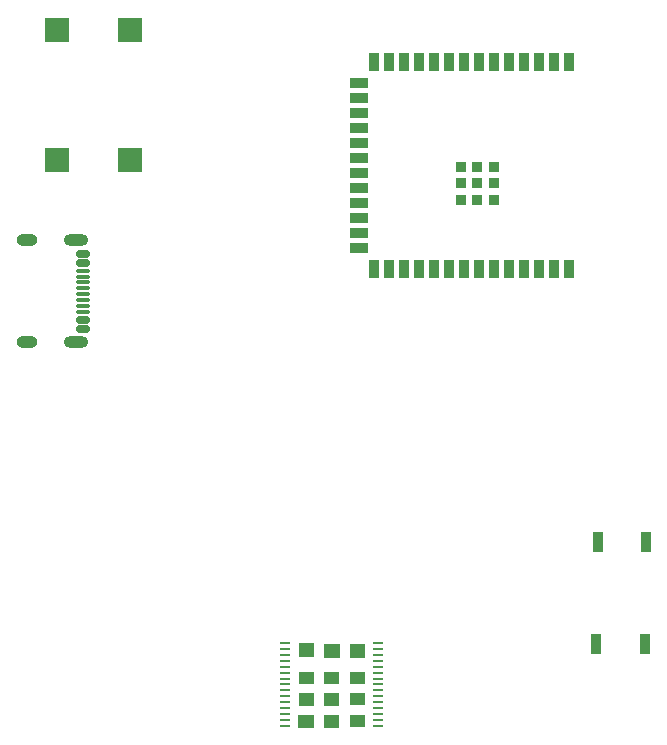
<source format=gbr>
%TF.GenerationSoftware,KiCad,Pcbnew,8.0.2*%
%TF.CreationDate,2024-08-16T14:09:33-04:00*%
%TF.ProjectId,bitaxeGamma,62697461-7865-4476-916d-6d612e6b6963,rev?*%
%TF.SameCoordinates,Original*%
%TF.FileFunction,Paste,Bot*%
%TF.FilePolarity,Positive*%
%FSLAX46Y46*%
G04 Gerber Fmt 4.6, Leading zero omitted, Abs format (unit mm)*
G04 Created by KiCad (PCBNEW 8.0.2) date 2024-08-16 14:09:33*
%MOMM*%
%LPD*%
G01*
G04 APERTURE LIST*
G04 Aperture macros list*
%AMRoundRect*
0 Rectangle with rounded corners*
0 $1 Rounding radius*
0 $2 $3 $4 $5 $6 $7 $8 $9 X,Y pos of 4 corners*
0 Add a 4 corners polygon primitive as box body*
4,1,4,$2,$3,$4,$5,$6,$7,$8,$9,$2,$3,0*
0 Add four circle primitives for the rounded corners*
1,1,$1+$1,$2,$3*
1,1,$1+$1,$4,$5*
1,1,$1+$1,$6,$7*
1,1,$1+$1,$8,$9*
0 Add four rect primitives between the rounded corners*
20,1,$1+$1,$2,$3,$4,$5,0*
20,1,$1+$1,$4,$5,$6,$7,0*
20,1,$1+$1,$6,$7,$8,$9,0*
20,1,$1+$1,$8,$9,$2,$3,0*%
G04 Aperture macros list end*
%ADD10C,0.001000*%
%ADD11RoundRect,0.150000X0.425000X-0.150000X0.425000X0.150000X-0.425000X0.150000X-0.425000X-0.150000X0*%
%ADD12RoundRect,0.075000X0.500000X-0.075000X0.500000X0.075000X-0.500000X0.075000X-0.500000X-0.075000X0*%
%ADD13O,1.800000X1.000000*%
%ADD14O,2.100000X1.000000*%
%ADD15R,0.900000X1.500000*%
%ADD16R,1.500000X0.900000*%
%ADD17R,0.900000X0.900000*%
%ADD18RoundRect,0.055250X0.340750X0.055250X-0.340750X0.055250X-0.340750X-0.055250X0.340750X-0.055250X0*%
%ADD19R,2.000000X2.000000*%
%ADD20R,0.900000X1.800000*%
G04 APERTURE END LIST*
%TO.C,U8*%
D10*
X104010562Y-119161000D02*
X102810562Y-119161000D01*
X102810562Y-120111000D01*
X104010562Y-120111000D01*
X104010562Y-119161000D01*
G36*
X104010562Y-119161000D02*
G01*
X102810562Y-119161000D01*
X102810562Y-120111000D01*
X104010562Y-120111000D01*
X104010562Y-119161000D01*
G37*
X104020562Y-117301000D02*
X102820562Y-117301000D01*
X102820562Y-118251000D01*
X104020562Y-118251000D01*
X104020562Y-117301000D01*
G36*
X104020562Y-117301000D02*
G01*
X102820562Y-117301000D01*
X102820562Y-118251000D01*
X104020562Y-118251000D01*
X104020562Y-117301000D01*
G37*
X104030562Y-113066000D02*
X102830562Y-113066000D01*
X102830562Y-114176000D01*
X104030562Y-114176000D01*
X104030562Y-113066000D01*
G36*
X104030562Y-113066000D02*
G01*
X102830562Y-113066000D01*
X102830562Y-114176000D01*
X104030562Y-114176000D01*
X104030562Y-113066000D01*
G37*
X104030562Y-115471000D02*
X102830562Y-115471000D01*
X102830562Y-116421000D01*
X104030562Y-116421000D01*
X104030562Y-115471000D01*
G36*
X104030562Y-115471000D02*
G01*
X102830562Y-115471000D01*
X102830562Y-116421000D01*
X104030562Y-116421000D01*
X104030562Y-115471000D01*
G37*
X106160562Y-119161000D02*
X104960562Y-119161000D01*
X104960562Y-120111000D01*
X106160562Y-120111000D01*
X106160562Y-119161000D01*
G36*
X106160562Y-119161000D02*
G01*
X104960562Y-119161000D01*
X104960562Y-120111000D01*
X106160562Y-120111000D01*
X106160562Y-119161000D01*
G37*
X106170562Y-117301000D02*
X104970562Y-117301000D01*
X104970562Y-118251000D01*
X106170562Y-118251000D01*
X106170562Y-117301000D01*
G36*
X106170562Y-117301000D02*
G01*
X104970562Y-117301000D01*
X104970562Y-118251000D01*
X106170562Y-118251000D01*
X106170562Y-117301000D01*
G37*
X106180562Y-115471000D02*
X104980562Y-115471000D01*
X104980562Y-116421000D01*
X106180562Y-116421000D01*
X106180562Y-115471000D01*
G36*
X106180562Y-115471000D02*
G01*
X104980562Y-115471000D01*
X104980562Y-116421000D01*
X106180562Y-116421000D01*
X106180562Y-115471000D01*
G37*
X106210562Y-113086000D02*
X105010562Y-113086000D01*
X105010562Y-114196000D01*
X106210562Y-114196000D01*
X106210562Y-113086000D01*
G36*
X106210562Y-113086000D02*
G01*
X105010562Y-113086000D01*
X105010562Y-114196000D01*
X106210562Y-114196000D01*
X106210562Y-113086000D01*
G37*
X108350562Y-113086000D02*
X107150562Y-113086000D01*
X107150562Y-114206000D01*
X108350562Y-114206000D01*
X108350562Y-113086000D01*
G36*
X108350562Y-113086000D02*
G01*
X107150562Y-113086000D01*
X107150562Y-114206000D01*
X108350562Y-114206000D01*
X108350562Y-113086000D01*
G37*
X108370562Y-119151000D02*
X107170562Y-119151000D01*
X107170562Y-120101000D01*
X108370562Y-120101000D01*
X108370562Y-119151000D01*
G36*
X108370562Y-119151000D02*
G01*
X107170562Y-119151000D01*
X107170562Y-120101000D01*
X108370562Y-120101000D01*
X108370562Y-119151000D01*
G37*
X108380562Y-117291000D02*
X107180562Y-117291000D01*
X107180562Y-118241000D01*
X108380562Y-118241000D01*
X108380562Y-117291000D01*
G36*
X108380562Y-117291000D02*
G01*
X107180562Y-117291000D01*
X107180562Y-118241000D01*
X108380562Y-118241000D01*
X108380562Y-117291000D01*
G37*
X108390562Y-115461000D02*
X107190562Y-115461000D01*
X107190562Y-116411000D01*
X108390562Y-116411000D01*
X108390562Y-115461000D01*
G36*
X108390562Y-115461000D02*
G01*
X107190562Y-115461000D01*
X107190562Y-116411000D01*
X108390562Y-116411000D01*
X108390562Y-115461000D01*
G37*
%TD*%
D11*
%TO.C,J5*%
X84545000Y-86460000D03*
X84545000Y-85660000D03*
D12*
X84545000Y-84510000D03*
X84545000Y-83510000D03*
X84545000Y-83010000D03*
X84545000Y-82010000D03*
D11*
X84545000Y-80060000D03*
X84545000Y-80860000D03*
D12*
X84545000Y-81510000D03*
X84545000Y-82510000D03*
X84545000Y-84010000D03*
X84545000Y-85010000D03*
D13*
X79790000Y-87580000D03*
D14*
X83970000Y-87580000D03*
D13*
X79790000Y-78940000D03*
D14*
X83970000Y-78940000D03*
%TD*%
D15*
%TO.C,U4*%
X125690000Y-81360000D03*
X124420000Y-81360000D03*
X123150000Y-81360000D03*
X121880000Y-81360000D03*
X120610000Y-81360000D03*
X119340000Y-81360000D03*
X118070000Y-81360000D03*
X116800000Y-81360000D03*
X115530000Y-81360000D03*
X114260000Y-81360000D03*
X112990000Y-81360000D03*
X111720000Y-81360000D03*
X110450000Y-81360000D03*
X109180000Y-81360000D03*
D16*
X107930000Y-79595000D03*
X107930000Y-78325000D03*
X107930000Y-77055000D03*
X107930000Y-75785000D03*
X107930000Y-74515000D03*
X107930000Y-73245000D03*
X107930000Y-71975000D03*
X107930000Y-70705000D03*
X107930000Y-69435000D03*
X107930000Y-68165000D03*
X107930000Y-66895000D03*
X107930000Y-65625000D03*
D15*
X109180000Y-63860000D03*
X110450000Y-63860000D03*
X111720000Y-63860000D03*
X112990000Y-63860000D03*
X114260000Y-63860000D03*
X115530000Y-63860000D03*
X116800000Y-63860000D03*
X118070000Y-63860000D03*
X119340000Y-63860000D03*
X120610000Y-63860000D03*
X121880000Y-63860000D03*
X123150000Y-63860000D03*
X124420000Y-63860000D03*
X125690000Y-63860000D03*
D17*
X116570000Y-75510000D03*
X117970000Y-75510000D03*
X119370000Y-75510000D03*
X116570000Y-74110000D03*
X117970000Y-74110000D03*
X119370000Y-74110000D03*
X116570000Y-72710000D03*
X117970000Y-72710000D03*
X119370000Y-72710000D03*
%TD*%
D18*
%TO.C,U8*%
X109526562Y-113032000D03*
X109526562Y-113534000D03*
X109526562Y-114036000D03*
X109526562Y-114538000D03*
X109526562Y-115040000D03*
X109526562Y-115542000D03*
X109526562Y-116044000D03*
X109526562Y-116546000D03*
X109526562Y-117048000D03*
X109526562Y-117550000D03*
X109526562Y-118052000D03*
X109526562Y-118554000D03*
X109526562Y-119056000D03*
X109526562Y-119558000D03*
X109526562Y-120060000D03*
X101694562Y-120060000D03*
X101694562Y-119558000D03*
X101694562Y-119056000D03*
X101694562Y-118554000D03*
X101694562Y-118052000D03*
X101694562Y-117550000D03*
X101694562Y-117048000D03*
X101694562Y-116546000D03*
X101694562Y-116044000D03*
X101694562Y-115542000D03*
X101694562Y-115040000D03*
X101694562Y-114538000D03*
X101694562Y-114036000D03*
X101694562Y-113534000D03*
X101694562Y-113032000D03*
%TD*%
D19*
%TO.C,J1*%
X82330000Y-72120000D03*
X88530000Y-72120000D03*
X82330000Y-61120000D03*
X88530000Y-61120000D03*
%TD*%
D20*
%TO.C,SW1*%
X132246000Y-104448000D03*
X128136000Y-104448000D03*
%TD*%
%TO.C,SW2*%
X132142000Y-113155000D03*
X128032000Y-113155000D03*
%TD*%
M02*

</source>
